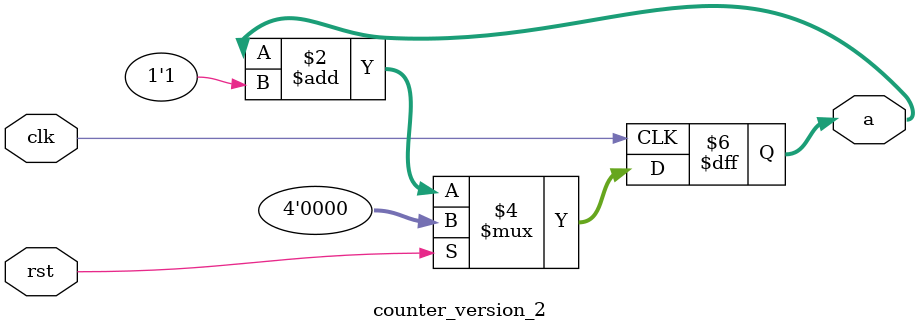
<source format=v>
`timescale 1ns / 1ps
module counter_version_2(
    input rst,
    input clk,
    output reg [3:0] a
    );
    
always @ (posedge clk) begin
    if (rst) begin
        a <= 4'b0000;
    end
    else begin 
        a <= a + 1'b1;
    end
end 
endmodule

</source>
